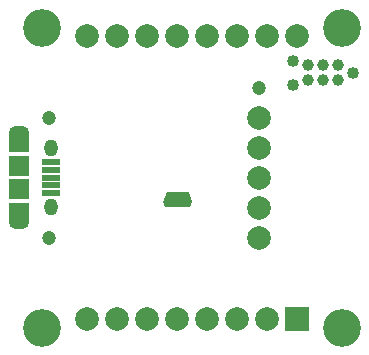
<source format=gts>
G04 DipTrace 2.3.1.0*
%INminishiftmaster_TopMask.gts*%
%MOIN*%
%ADD36C,0.126*%
%ADD37C,0.04*%
%ADD44C,0.0389*%
%ADD46C,0.0472*%
%ADD50R,0.0787X0.0787*%
%ADD56C,0.0787*%
%ADD58R,0.0689X0.0669*%
%ADD60R,0.0689X0.065*%
%ADD62O,0.0689X0.0472*%
%ADD64O,0.0453X0.0571*%
%ADD66R,0.061X0.0236*%
%FSLAX44Y44*%
G04*
G70*
G90*
G75*
G01*
%LNTopMask*%
%LPD*%
D66*
X5549Y10748D3*
Y10492D3*
Y10236D3*
Y9980D3*
Y9724D3*
D64*
Y11220D3*
Y9252D3*
D62*
X4486Y11713D3*
Y8760D3*
D60*
Y11427D3*
Y9045D3*
D58*
Y10630D3*
Y9843D3*
D56*
X12486Y12236D3*
Y11236D3*
Y10236D3*
Y9236D3*
Y8236D3*
D36*
X5236Y15236D3*
X15236D3*
Y5236D3*
X5236D3*
D50*
X13736Y5512D3*
D56*
X12736D3*
X11736D3*
X10736D3*
X9736D3*
X8736D3*
X7736D3*
X6736D3*
Y14961D3*
X7736D3*
X8736D3*
X9736D3*
X10736D3*
X11736D3*
X12736D3*
X13736D3*
D46*
X12486Y13236D3*
X5486Y8236D3*
Y12236D3*
D44*
X15111Y13486D3*
X14611D3*
X14111D3*
Y13986D3*
X14611D3*
X15111D3*
D37*
X15611Y13736D3*
X13611Y13336D3*
Y14136D3*
G36*
X9296Y9431D2*
X9416Y9752D1*
X10136D1*
X10256Y9431D1*
X10176Y9271D1*
X9336D1*
D1*
X9296Y9431D1*
G37*
M02*

</source>
